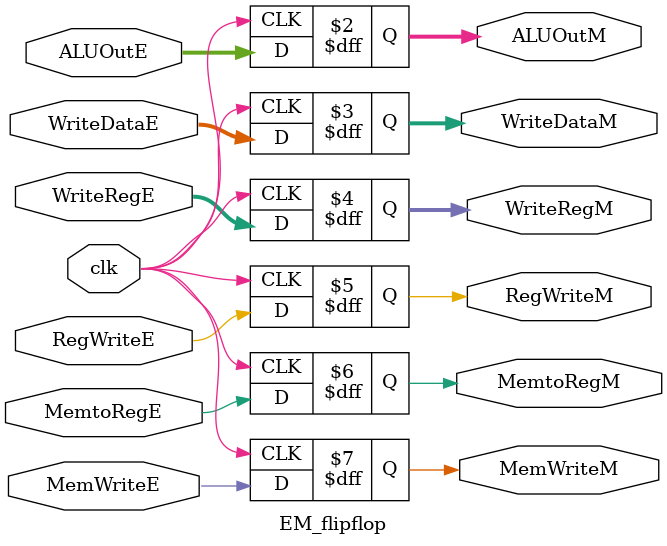
<source format=v>
module EM_flipflop (
 input  wire        clk,
 input  wire [31:0] ALUOutE,
 input  wire [31:0] WriteDataE,
 input  wire [4:0] WriteRegE,
 input  wire       RegWriteE,
 input  wire       MemtoRegE,
 input  wire       MemWriteE,

 output reg [31:0] ALUOutM,
 output reg [31:0] WriteDataM,
 output reg [4:0] WriteRegM,
 output reg       RegWriteM,
 output reg       MemtoRegM,
 output reg       MemWriteM
 

);
//----------------------------------------  
  
always@(posedge clk)
begin
    ALUOutM<=ALUOutE;
    WriteDataM<=WriteDataE;    
    WriteRegM<=WriteRegE;    
    RegWriteM<=RegWriteE;    
    MemtoRegM<=MemtoRegE;    
    MemWriteM<=MemWriteE; 
  
end  
  
endmodule


</source>
